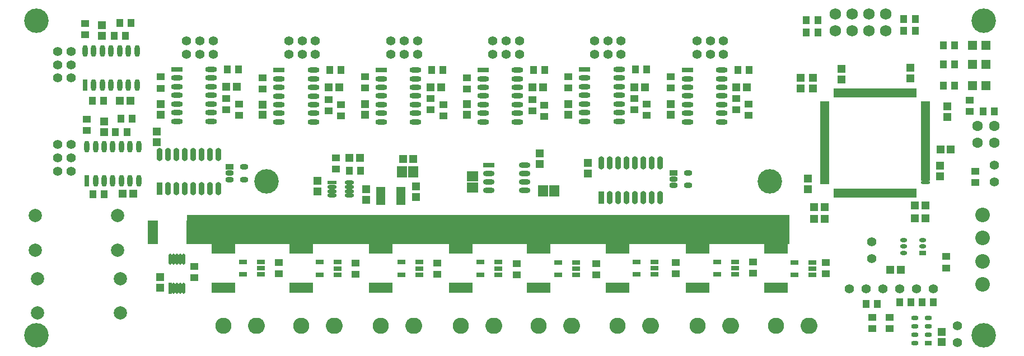
<source format=gts>
G04 Layer_Color=8388736*
%FSLAX24Y24*%
%MOIN*%
G70*
G01*
G75*
%ADD99R,3.5860X0.1750*%
%ADD100R,0.0474X0.0474*%
%ADD101R,0.0434X0.0474*%
%ADD102R,0.0474X0.0434*%
%ADD103O,0.0710X0.0316*%
%ADD104R,0.0710X0.0316*%
%ADD105R,0.0474X0.0474*%
%ADD106O,0.0316X0.0710*%
%ADD107R,0.0316X0.0710*%
%ADD108O,0.0363X0.0781*%
%ADD109R,0.0363X0.0781*%
%ADD110R,0.0497X0.0336*%
%ADD111O,0.0497X0.0336*%
%ADD112R,0.0493X0.0316*%
%ADD113R,0.1419X0.0592*%
%ADD114R,0.0592X0.1419*%
%ADD115R,0.0560X0.0237*%
%ADD116O,0.0560X0.0237*%
%ADD117R,0.0552X0.1064*%
%ADD118R,0.0592X0.0671*%
%ADD119O,0.0690X0.0316*%
%ADD120R,0.0690X0.0316*%
%ADD121R,0.0671X0.0592*%
%ADD122R,0.0552X0.0552*%
%ADD123R,0.0415X0.0257*%
%ADD124O,0.0415X0.0257*%
%ADD125O,0.0434X0.0277*%
%ADD126R,0.0434X0.0277*%
%ADD127O,0.0198X0.0651*%
%ADD128R,0.0198X0.0651*%
%ADD129R,0.0198X0.0552*%
%ADD130R,0.0552X0.0198*%
%ADD131O,0.0552X0.0198*%
%ADD132C,0.0552*%
%ADD133C,0.1458*%
%ADD134C,0.0789*%
%ADD135C,0.0680*%
%ADD136C,0.0630*%
%ADD137O,0.1005X0.0966*%
%ADD138C,0.0966*%
%ADD139C,0.0867*%
D99*
X39170Y17625D02*
D03*
D100*
X63115Y15230D02*
D03*
X63745D02*
D03*
X53929Y26105D02*
D03*
X54559D02*
D03*
X47866D02*
D03*
X48496D02*
D03*
X41803D02*
D03*
X42433D02*
D03*
X35740D02*
D03*
X36370D02*
D03*
X29664Y26101D02*
D03*
X30293D02*
D03*
X23575Y26144D02*
D03*
X24204D02*
D03*
X17405Y19760D02*
D03*
X18035D02*
D03*
X17245Y25279D02*
D03*
X17875D02*
D03*
X30891Y21888D02*
D03*
X31521D02*
D03*
X34715Y21830D02*
D03*
X34085D02*
D03*
X66085Y22410D02*
D03*
X66715D02*
D03*
X64553Y19050D02*
D03*
X65183D02*
D03*
X64553Y18310D02*
D03*
X65183D02*
D03*
X59208Y18265D02*
D03*
X58578D02*
D03*
X59198Y18965D02*
D03*
X58568D02*
D03*
D101*
X54027Y27128D02*
D03*
X54697D02*
D03*
X47925Y27168D02*
D03*
X48594D02*
D03*
X41862Y27128D02*
D03*
X42531D02*
D03*
X35799D02*
D03*
X36468D02*
D03*
X29723Y27125D02*
D03*
X30392D02*
D03*
X23634Y27167D02*
D03*
X24303D02*
D03*
X15625Y19740D02*
D03*
X16295D02*
D03*
X17965Y24217D02*
D03*
X17296D02*
D03*
X16981Y23429D02*
D03*
X17650D02*
D03*
X17894Y29925D02*
D03*
X17225D02*
D03*
X16910Y29177D02*
D03*
X17579D02*
D03*
X30891Y21128D02*
D03*
X31561D02*
D03*
X64585Y30150D02*
D03*
X63915D02*
D03*
X64585Y29450D02*
D03*
X63915D02*
D03*
X58115Y30100D02*
D03*
X58785D02*
D03*
X58115Y29350D02*
D03*
X58785D02*
D03*
X66935Y28600D02*
D03*
X66265D02*
D03*
X66935Y27450D02*
D03*
X66265D02*
D03*
X66935Y26200D02*
D03*
X66265D02*
D03*
X68631Y24665D02*
D03*
X69300D02*
D03*
X65655Y13300D02*
D03*
X64985D02*
D03*
X63665Y13290D02*
D03*
X64335D02*
D03*
X62325Y13180D02*
D03*
X61656D02*
D03*
X15611Y25279D02*
D03*
X16280D02*
D03*
D102*
X53929Y25416D02*
D03*
Y24746D02*
D03*
X54677Y24431D02*
D03*
Y25101D02*
D03*
X50031Y26715D02*
D03*
Y26046D02*
D03*
X48614Y24431D02*
D03*
Y25101D02*
D03*
X47866Y25416D02*
D03*
Y24746D02*
D03*
X43929Y26715D02*
D03*
Y26046D02*
D03*
X41803Y25376D02*
D03*
Y24707D02*
D03*
X42512Y24353D02*
D03*
Y25022D02*
D03*
X37905Y26675D02*
D03*
Y26006D02*
D03*
X35740Y25416D02*
D03*
Y24746D02*
D03*
X36488Y24392D02*
D03*
Y25061D02*
D03*
X31842Y26715D02*
D03*
Y26046D02*
D03*
X29664Y25373D02*
D03*
Y24703D02*
D03*
X30412Y24388D02*
D03*
Y25058D02*
D03*
X25727Y26672D02*
D03*
Y26003D02*
D03*
X23575Y25416D02*
D03*
Y24746D02*
D03*
X24323Y24431D02*
D03*
Y25101D02*
D03*
X19677Y26715D02*
D03*
Y26045D02*
D03*
X15268Y23528D02*
D03*
Y24197D02*
D03*
X15158Y29236D02*
D03*
Y29905D02*
D03*
X59280Y14995D02*
D03*
Y15665D02*
D03*
X54920Y15025D02*
D03*
Y15695D02*
D03*
X50330Y14995D02*
D03*
Y15665D02*
D03*
X45600Y14935D02*
D03*
Y15605D02*
D03*
X40880Y14915D02*
D03*
Y15585D02*
D03*
X36130Y14975D02*
D03*
Y15645D02*
D03*
X31270Y14955D02*
D03*
Y15625D02*
D03*
X30100Y21215D02*
D03*
Y21885D02*
D03*
X67840Y25335D02*
D03*
Y24665D02*
D03*
X68150Y21085D02*
D03*
Y20415D02*
D03*
X66420Y16015D02*
D03*
Y15345D02*
D03*
X63050Y11735D02*
D03*
Y12405D02*
D03*
X62040Y11735D02*
D03*
Y12405D02*
D03*
X26700Y15005D02*
D03*
Y15675D02*
D03*
X21680Y14755D02*
D03*
Y15425D02*
D03*
D103*
X53063Y24034D02*
D03*
Y24549D02*
D03*
Y25065D02*
D03*
Y25581D02*
D03*
Y26097D02*
D03*
Y26612D02*
D03*
Y27128D02*
D03*
X51016Y24034D02*
D03*
Y24549D02*
D03*
Y25065D02*
D03*
Y25581D02*
D03*
Y26097D02*
D03*
Y26612D02*
D03*
X46960Y24073D02*
D03*
Y24589D02*
D03*
Y25105D02*
D03*
Y25620D02*
D03*
Y26136D02*
D03*
Y26652D02*
D03*
Y27168D02*
D03*
X44913Y24073D02*
D03*
Y24589D02*
D03*
Y25105D02*
D03*
Y25620D02*
D03*
Y26136D02*
D03*
Y26652D02*
D03*
X40897Y24034D02*
D03*
Y24549D02*
D03*
Y25065D02*
D03*
Y25581D02*
D03*
Y26097D02*
D03*
Y26612D02*
D03*
Y27128D02*
D03*
X38850Y24034D02*
D03*
Y24549D02*
D03*
Y25065D02*
D03*
Y25581D02*
D03*
Y26097D02*
D03*
Y26612D02*
D03*
X34834Y24034D02*
D03*
Y24549D02*
D03*
Y25065D02*
D03*
Y25581D02*
D03*
Y26097D02*
D03*
Y26612D02*
D03*
Y27128D02*
D03*
X32787Y24034D02*
D03*
Y24549D02*
D03*
Y25065D02*
D03*
Y25581D02*
D03*
Y26097D02*
D03*
Y26612D02*
D03*
X28758Y24030D02*
D03*
Y24546D02*
D03*
Y25062D02*
D03*
Y25577D02*
D03*
Y26093D02*
D03*
Y26609D02*
D03*
Y27125D02*
D03*
X26711Y24030D02*
D03*
Y24546D02*
D03*
Y25062D02*
D03*
Y25577D02*
D03*
Y26093D02*
D03*
Y26609D02*
D03*
X22669Y24073D02*
D03*
Y24589D02*
D03*
Y25104D02*
D03*
Y25620D02*
D03*
Y26136D02*
D03*
Y26652D02*
D03*
Y27167D02*
D03*
X20622Y24073D02*
D03*
Y24589D02*
D03*
Y25104D02*
D03*
Y25620D02*
D03*
Y26136D02*
D03*
Y26652D02*
D03*
D104*
X51016Y27128D02*
D03*
X44913Y27168D02*
D03*
X38850Y27128D02*
D03*
X32787D02*
D03*
X26711Y27125D02*
D03*
X20622Y27167D02*
D03*
D105*
X50031Y25081D02*
D03*
Y24451D02*
D03*
X43929Y25081D02*
D03*
Y24451D02*
D03*
X37905Y25081D02*
D03*
Y24451D02*
D03*
X31842Y25081D02*
D03*
Y24451D02*
D03*
X25727Y25077D02*
D03*
Y24448D02*
D03*
X19677Y25081D02*
D03*
Y24451D02*
D03*
X16292Y23429D02*
D03*
Y24059D02*
D03*
X16182Y29177D02*
D03*
Y29807D02*
D03*
X19420Y22825D02*
D03*
Y23455D02*
D03*
X29011Y19904D02*
D03*
Y20534D02*
D03*
X34850Y20185D02*
D03*
Y19555D02*
D03*
X42240Y21525D02*
D03*
Y22155D02*
D03*
X45102Y21588D02*
D03*
Y20958D02*
D03*
X57770Y26675D02*
D03*
Y26045D02*
D03*
X60210Y26555D02*
D03*
Y27185D02*
D03*
X66150Y10914D02*
D03*
Y11544D02*
D03*
X64300Y26635D02*
D03*
Y27265D02*
D03*
X66510Y24335D02*
D03*
Y24965D02*
D03*
X66060Y21415D02*
D03*
Y20785D02*
D03*
X58200Y20660D02*
D03*
Y20030D02*
D03*
X31910Y19395D02*
D03*
Y20025D02*
D03*
X19640Y14785D02*
D03*
Y14155D02*
D03*
X58510Y26665D02*
D03*
Y26035D02*
D03*
D106*
X18363Y22563D02*
D03*
X17847D02*
D03*
X17331D02*
D03*
X16815D02*
D03*
X16300D02*
D03*
X15784D02*
D03*
X15268D02*
D03*
X18363Y20516D02*
D03*
X17847D02*
D03*
X17331D02*
D03*
X16815D02*
D03*
X16300D02*
D03*
X15784D02*
D03*
X18253Y28271D02*
D03*
X17737D02*
D03*
X17221D02*
D03*
X16705D02*
D03*
X16190D02*
D03*
X15674D02*
D03*
X15158D02*
D03*
X18253Y26224D02*
D03*
X17737D02*
D03*
X17221D02*
D03*
X16705D02*
D03*
X16190D02*
D03*
X15674D02*
D03*
D107*
X15268Y20516D02*
D03*
X15158Y26224D02*
D03*
D108*
X23100Y22093D02*
D03*
X22600D02*
D03*
X22100D02*
D03*
X21600D02*
D03*
X21100D02*
D03*
X20600D02*
D03*
X20100D02*
D03*
X19600D02*
D03*
X23100Y20050D02*
D03*
X22600D02*
D03*
X22100D02*
D03*
X21600D02*
D03*
X21100D02*
D03*
X20600D02*
D03*
X20100D02*
D03*
X49402Y21588D02*
D03*
X48902D02*
D03*
X48402D02*
D03*
X47902D02*
D03*
X47402D02*
D03*
X46902D02*
D03*
X46402D02*
D03*
X45902D02*
D03*
X49402Y19545D02*
D03*
X48902D02*
D03*
X48402D02*
D03*
X47902D02*
D03*
X47402D02*
D03*
X46902D02*
D03*
X46402D02*
D03*
D109*
X19600Y20050D02*
D03*
X45902Y19545D02*
D03*
D110*
X23760Y21354D02*
D03*
X50194Y21000D02*
D03*
D111*
X23760Y20980D02*
D03*
Y20606D02*
D03*
X24626Y21354D02*
D03*
Y20606D02*
D03*
X50194Y20626D02*
D03*
Y20252D02*
D03*
X51060Y21000D02*
D03*
Y20252D02*
D03*
D112*
X58461Y15664D02*
D03*
X57399D02*
D03*
Y14916D02*
D03*
X58461Y15290D02*
D03*
Y14916D02*
D03*
X53871Y15704D02*
D03*
X52808D02*
D03*
Y14956D02*
D03*
X53871Y15330D02*
D03*
Y14956D02*
D03*
X49071Y15694D02*
D03*
X48008D02*
D03*
Y14946D02*
D03*
X49071Y15320D02*
D03*
Y14946D02*
D03*
X44401Y15664D02*
D03*
X43338D02*
D03*
Y14916D02*
D03*
X44401Y15290D02*
D03*
Y14916D02*
D03*
X39771Y15684D02*
D03*
X38709D02*
D03*
Y14936D02*
D03*
X39771Y15310D02*
D03*
Y14936D02*
D03*
X35060Y15684D02*
D03*
X33997D02*
D03*
Y14936D02*
D03*
X35060Y15310D02*
D03*
Y14936D02*
D03*
X30211Y15684D02*
D03*
X29148D02*
D03*
Y14936D02*
D03*
X30211Y15310D02*
D03*
Y14936D02*
D03*
X25641Y15694D02*
D03*
X24578D02*
D03*
Y14946D02*
D03*
X25641Y15320D02*
D03*
Y14946D02*
D03*
D113*
X56300Y14169D02*
D03*
Y16491D02*
D03*
X51630Y14169D02*
D03*
Y16491D02*
D03*
X46860Y14169D02*
D03*
Y16491D02*
D03*
X42170Y14169D02*
D03*
Y16491D02*
D03*
X37520Y14169D02*
D03*
Y16491D02*
D03*
X32750Y14169D02*
D03*
Y16491D02*
D03*
X28040Y14169D02*
D03*
Y16491D02*
D03*
X23390D02*
D03*
Y14169D02*
D03*
D114*
X19189Y17460D02*
D03*
X21511D02*
D03*
D115*
X29860Y20416D02*
D03*
D116*
Y20160D02*
D03*
Y19904D02*
D03*
Y19648D02*
D03*
X30891Y20416D02*
D03*
Y20160D02*
D03*
Y19904D02*
D03*
Y19648D02*
D03*
D117*
X33951Y19640D02*
D03*
X32769D02*
D03*
D118*
X34035Y21060D02*
D03*
X34705D02*
D03*
X42445Y19940D02*
D03*
X43115D02*
D03*
D119*
X41337Y19952D02*
D03*
Y20452D02*
D03*
Y20952D02*
D03*
Y21452D02*
D03*
X39211Y19952D02*
D03*
Y20452D02*
D03*
Y20952D02*
D03*
D120*
Y21452D02*
D03*
D121*
X38220Y20795D02*
D03*
Y20125D02*
D03*
D122*
X67987Y28600D02*
D03*
X68813D02*
D03*
Y27450D02*
D03*
X67987D02*
D03*
X68813Y26200D02*
D03*
X67987D02*
D03*
D123*
X65040Y16220D02*
D03*
D124*
Y16614D02*
D03*
Y17007D02*
D03*
X63898Y16220D02*
D03*
Y16614D02*
D03*
Y17007D02*
D03*
D125*
X64553Y12352D02*
D03*
Y11860D02*
D03*
Y11368D02*
D03*
Y10876D02*
D03*
X65380Y12352D02*
D03*
Y11860D02*
D03*
Y11368D02*
D03*
D126*
Y10876D02*
D03*
D127*
X21034Y15870D02*
D03*
X20837D02*
D03*
X20640D02*
D03*
X20443D02*
D03*
X20246D02*
D03*
X21034Y14138D02*
D03*
X20837D02*
D03*
X20640D02*
D03*
X20443D02*
D03*
D128*
X20246D02*
D03*
D129*
X64553Y19792D02*
D03*
X64356D02*
D03*
X64159D02*
D03*
X63962D02*
D03*
X63765D02*
D03*
X63568D02*
D03*
X63372D02*
D03*
X63175D02*
D03*
X62978D02*
D03*
X62781D02*
D03*
X62584D02*
D03*
X62387D02*
D03*
X62190D02*
D03*
X61994D02*
D03*
X61797D02*
D03*
X61600D02*
D03*
X61403D02*
D03*
X61206D02*
D03*
X61009D02*
D03*
X60813D02*
D03*
X60616D02*
D03*
X60419D02*
D03*
X60222D02*
D03*
X60025D02*
D03*
X59828D02*
D03*
Y25777D02*
D03*
X60025D02*
D03*
X60222D02*
D03*
X60419D02*
D03*
X60616D02*
D03*
X60813D02*
D03*
X61009D02*
D03*
X61206D02*
D03*
X61403D02*
D03*
X61600D02*
D03*
X61797D02*
D03*
X61994D02*
D03*
X62190D02*
D03*
X62387D02*
D03*
X62584D02*
D03*
X62781D02*
D03*
X62978D02*
D03*
X63175D02*
D03*
X63372D02*
D03*
X63568D02*
D03*
X63765D02*
D03*
X63962D02*
D03*
X64159D02*
D03*
X64356D02*
D03*
X64553D02*
D03*
D130*
X59198Y20422D02*
D03*
Y20619D02*
D03*
Y20816D02*
D03*
Y21013D02*
D03*
Y21210D02*
D03*
Y21407D02*
D03*
Y21603D02*
D03*
Y21800D02*
D03*
Y21997D02*
D03*
Y22194D02*
D03*
Y22391D02*
D03*
Y22588D02*
D03*
Y22784D02*
D03*
Y22981D02*
D03*
Y23178D02*
D03*
Y23375D02*
D03*
Y23572D02*
D03*
Y23769D02*
D03*
Y23966D02*
D03*
Y24162D02*
D03*
Y24359D02*
D03*
Y24556D02*
D03*
Y24753D02*
D03*
Y24950D02*
D03*
Y25147D02*
D03*
X65183D02*
D03*
Y24950D02*
D03*
Y24753D02*
D03*
Y24556D02*
D03*
Y24359D02*
D03*
Y24162D02*
D03*
Y23966D02*
D03*
Y23769D02*
D03*
Y23572D02*
D03*
Y23375D02*
D03*
Y23178D02*
D03*
Y22981D02*
D03*
Y22784D02*
D03*
Y22588D02*
D03*
Y22391D02*
D03*
Y22194D02*
D03*
Y21997D02*
D03*
Y21800D02*
D03*
Y21603D02*
D03*
Y21407D02*
D03*
Y21210D02*
D03*
Y21013D02*
D03*
Y20816D02*
D03*
Y20619D02*
D03*
D131*
Y20422D02*
D03*
D132*
X65650Y14080D02*
D03*
X64650D02*
D03*
X61650D02*
D03*
X60650D02*
D03*
X63650D02*
D03*
X62650D02*
D03*
X67110Y11880D02*
D03*
Y10880D02*
D03*
X51606Y28073D02*
D03*
X52393D02*
D03*
X53181D02*
D03*
Y28860D02*
D03*
X52393D02*
D03*
X51606D02*
D03*
X45504Y28860D02*
D03*
X46291D02*
D03*
X47078D02*
D03*
Y28073D02*
D03*
X46291D02*
D03*
X45504D02*
D03*
X39441D02*
D03*
X40228D02*
D03*
X41016D02*
D03*
Y28860D02*
D03*
X40228D02*
D03*
X39441D02*
D03*
X33378Y28860D02*
D03*
X34165D02*
D03*
X34953D02*
D03*
Y28073D02*
D03*
X34165D02*
D03*
X33378D02*
D03*
X27301Y28070D02*
D03*
X28089D02*
D03*
X28876D02*
D03*
Y28857D02*
D03*
X28089D02*
D03*
X27301D02*
D03*
X21212Y28860D02*
D03*
X22000D02*
D03*
X22787D02*
D03*
Y28073D02*
D03*
X22000D02*
D03*
X21212D02*
D03*
X14323Y26654D02*
D03*
Y27441D02*
D03*
Y28229D02*
D03*
X13536D02*
D03*
Y27441D02*
D03*
Y26654D02*
D03*
Y21107D02*
D03*
Y21894D02*
D03*
Y22681D02*
D03*
X14323D02*
D03*
Y21894D02*
D03*
Y21107D02*
D03*
X69310Y21470D02*
D03*
Y20470D02*
D03*
X62010Y15889D02*
D03*
Y16889D02*
D03*
D133*
X68650Y11330D02*
D03*
X12280Y30070D02*
D03*
X68650D02*
D03*
X12280Y11330D02*
D03*
X25950Y20500D02*
D03*
X55940D02*
D03*
D134*
X12340Y12660D02*
D03*
X17261D02*
D03*
Y14707D02*
D03*
X12340D02*
D03*
X12189Y18454D02*
D03*
X17110D02*
D03*
Y16407D02*
D03*
X12189D02*
D03*
D135*
X62830Y30470D02*
D03*
Y29470D02*
D03*
X59830D02*
D03*
X60830D02*
D03*
X61830D02*
D03*
Y30470D02*
D03*
X60830D02*
D03*
X59830D02*
D03*
D136*
X69300Y23800D02*
D03*
Y22800D02*
D03*
X68300D02*
D03*
Y23800D02*
D03*
D137*
X58268Y11900D02*
D03*
X53598D02*
D03*
X48829D02*
D03*
X44138D02*
D03*
X39488D02*
D03*
X34718D02*
D03*
X30008D02*
D03*
X25359D02*
D03*
D138*
X56300D02*
D03*
X51630D02*
D03*
X46860D02*
D03*
X42170D02*
D03*
X37520D02*
D03*
X32750D02*
D03*
X28040D02*
D03*
X23390D02*
D03*
D139*
X68610Y18497D02*
D03*
Y17119D02*
D03*
Y15741D02*
D03*
Y14363D02*
D03*
M02*

</source>
